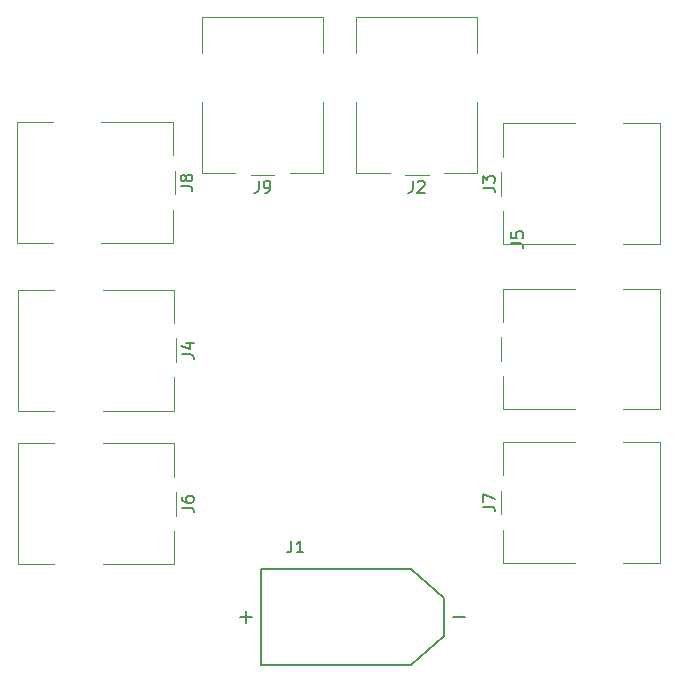
<source format=gbr>
%TF.GenerationSoftware,KiCad,Pcbnew,(6.0.9)*%
%TF.CreationDate,2023-01-22T15:50:23+02:00*%
%TF.ProjectId,Power for cam,506f7765-7220-4666-9f72-2063616d2e6b,rev?*%
%TF.SameCoordinates,Original*%
%TF.FileFunction,Legend,Top*%
%TF.FilePolarity,Positive*%
%FSLAX46Y46*%
G04 Gerber Fmt 4.6, Leading zero omitted, Abs format (unit mm)*
G04 Created by KiCad (PCBNEW (6.0.9)) date 2023-01-22 15:50:23*
%MOMM*%
%LPD*%
G01*
G04 APERTURE LIST*
%ADD10C,0.150000*%
%ADD11C,0.120000*%
%ADD12C,0.127000*%
G04 APERTURE END LIST*
D10*
%TO.C,J9*%
X173666666Y-75852380D02*
X173666666Y-76566666D01*
X173619047Y-76709523D01*
X173523809Y-76804761D01*
X173380952Y-76852380D01*
X173285714Y-76852380D01*
X174190476Y-76852380D02*
X174380952Y-76852380D01*
X174476190Y-76804761D01*
X174523809Y-76757142D01*
X174619047Y-76614285D01*
X174666666Y-76423809D01*
X174666666Y-76042857D01*
X174619047Y-75947619D01*
X174571428Y-75900000D01*
X174476190Y-75852380D01*
X174285714Y-75852380D01*
X174190476Y-75900000D01*
X174142857Y-75947619D01*
X174095238Y-76042857D01*
X174095238Y-76280952D01*
X174142857Y-76376190D01*
X174190476Y-76423809D01*
X174285714Y-76471428D01*
X174476190Y-76471428D01*
X174571428Y-76423809D01*
X174619047Y-76376190D01*
X174666666Y-76280952D01*
%TO.C,J5*%
X195052380Y-81133333D02*
X195766666Y-81133333D01*
X195909523Y-81180952D01*
X196004761Y-81276190D01*
X196052380Y-81419047D01*
X196052380Y-81514285D01*
X195052380Y-80180952D02*
X195052380Y-80657142D01*
X195528571Y-80704761D01*
X195480952Y-80657142D01*
X195433333Y-80561904D01*
X195433333Y-80323809D01*
X195480952Y-80228571D01*
X195528571Y-80180952D01*
X195623809Y-80133333D01*
X195861904Y-80133333D01*
X195957142Y-80180952D01*
X196004761Y-80228571D01*
X196052380Y-80323809D01*
X196052380Y-80561904D01*
X196004761Y-80657142D01*
X195957142Y-80704761D01*
%TO.C,J1*%
X176441666Y-106317380D02*
X176441666Y-107031666D01*
X176394047Y-107174523D01*
X176298809Y-107269761D01*
X176155952Y-107317380D01*
X176060714Y-107317380D01*
X177441666Y-107317380D02*
X176870238Y-107317380D01*
X177155952Y-107317380D02*
X177155952Y-106317380D01*
X177060714Y-106460238D01*
X176965476Y-106555476D01*
X176870238Y-106603095D01*
%TO.C,J8*%
X167052380Y-76333333D02*
X167766666Y-76333333D01*
X167909523Y-76380952D01*
X168004761Y-76476190D01*
X168052380Y-76619047D01*
X168052380Y-76714285D01*
X167480952Y-75714285D02*
X167433333Y-75809523D01*
X167385714Y-75857142D01*
X167290476Y-75904761D01*
X167242857Y-75904761D01*
X167147619Y-75857142D01*
X167100000Y-75809523D01*
X167052380Y-75714285D01*
X167052380Y-75523809D01*
X167100000Y-75428571D01*
X167147619Y-75380952D01*
X167242857Y-75333333D01*
X167290476Y-75333333D01*
X167385714Y-75380952D01*
X167433333Y-75428571D01*
X167480952Y-75523809D01*
X167480952Y-75714285D01*
X167528571Y-75809523D01*
X167576190Y-75857142D01*
X167671428Y-75904761D01*
X167861904Y-75904761D01*
X167957142Y-75857142D01*
X168004761Y-75809523D01*
X168052380Y-75714285D01*
X168052380Y-75523809D01*
X168004761Y-75428571D01*
X167957142Y-75380952D01*
X167861904Y-75333333D01*
X167671428Y-75333333D01*
X167576190Y-75380952D01*
X167528571Y-75428571D01*
X167480952Y-75523809D01*
%TO.C,J6*%
X167152380Y-103533333D02*
X167866666Y-103533333D01*
X168009523Y-103580952D01*
X168104761Y-103676190D01*
X168152380Y-103819047D01*
X168152380Y-103914285D01*
X167152380Y-102628571D02*
X167152380Y-102819047D01*
X167200000Y-102914285D01*
X167247619Y-102961904D01*
X167390476Y-103057142D01*
X167580952Y-103104761D01*
X167961904Y-103104761D01*
X168057142Y-103057142D01*
X168104761Y-103009523D01*
X168152380Y-102914285D01*
X168152380Y-102723809D01*
X168104761Y-102628571D01*
X168057142Y-102580952D01*
X167961904Y-102533333D01*
X167723809Y-102533333D01*
X167628571Y-102580952D01*
X167580952Y-102628571D01*
X167533333Y-102723809D01*
X167533333Y-102914285D01*
X167580952Y-103009523D01*
X167628571Y-103057142D01*
X167723809Y-103104761D01*
%TO.C,J2*%
X186716666Y-75852380D02*
X186716666Y-76566666D01*
X186669047Y-76709523D01*
X186573809Y-76804761D01*
X186430952Y-76852380D01*
X186335714Y-76852380D01*
X187145238Y-75947619D02*
X187192857Y-75900000D01*
X187288095Y-75852380D01*
X187526190Y-75852380D01*
X187621428Y-75900000D01*
X187669047Y-75947619D01*
X187716666Y-76042857D01*
X187716666Y-76138095D01*
X187669047Y-76280952D01*
X187097619Y-76852380D01*
X187716666Y-76852380D01*
%TO.C,J7*%
X192652380Y-103433333D02*
X193366666Y-103433333D01*
X193509523Y-103480952D01*
X193604761Y-103576190D01*
X193652380Y-103719047D01*
X193652380Y-103814285D01*
X192652380Y-103052380D02*
X192652380Y-102385714D01*
X193652380Y-102814285D01*
%TO.C,J4*%
X167152380Y-90533333D02*
X167866666Y-90533333D01*
X168009523Y-90580952D01*
X168104761Y-90676190D01*
X168152380Y-90819047D01*
X168152380Y-90914285D01*
X167485714Y-89628571D02*
X168152380Y-89628571D01*
X167104761Y-89866666D02*
X167819047Y-90104761D01*
X167819047Y-89485714D01*
%TO.C,J3*%
X192652380Y-76433333D02*
X193366666Y-76433333D01*
X193509523Y-76480952D01*
X193604761Y-76576190D01*
X193652380Y-76719047D01*
X193652380Y-76814285D01*
X192652380Y-76052380D02*
X192652380Y-75433333D01*
X193033333Y-75766666D01*
X193033333Y-75623809D01*
X193080952Y-75528571D01*
X193128571Y-75480952D01*
X193223809Y-75433333D01*
X193461904Y-75433333D01*
X193557142Y-75480952D01*
X193604761Y-75528571D01*
X193652380Y-75623809D01*
X193652380Y-75909523D01*
X193604761Y-76004761D01*
X193557142Y-76052380D01*
D11*
%TO.C,J9*%
X179110000Y-69150000D02*
X179110000Y-75210000D01*
X168890000Y-61990000D02*
X179110000Y-61990000D01*
X175000000Y-75400000D02*
X173000000Y-75400000D01*
X168890000Y-65050000D02*
X168890000Y-61990000D01*
X179110000Y-75210000D02*
X176300000Y-75210000D01*
X179110000Y-61990000D02*
X179110000Y-65050000D01*
X171700000Y-75210000D02*
X168890000Y-75210000D01*
X168890000Y-75210000D02*
X168890000Y-69150000D01*
%TO.C,J5*%
X200450000Y-95210000D02*
X194390000Y-95210000D01*
X207610000Y-84990000D02*
X207610000Y-95210000D01*
X194200000Y-91100000D02*
X194200000Y-89100000D01*
X194390000Y-87800000D02*
X194390000Y-84990000D01*
X204550000Y-84990000D02*
X207610000Y-84990000D01*
X207610000Y-95210000D02*
X204550000Y-95210000D01*
X194390000Y-95210000D02*
X194390000Y-92400000D01*
X194390000Y-84990000D02*
X200450000Y-84990000D01*
D12*
%TO.C,J1*%
X172600000Y-112300000D02*
X172600000Y-113300000D01*
X190100000Y-112800000D02*
X191100000Y-112800000D01*
X189350000Y-111200000D02*
X189350000Y-114400000D01*
X173850000Y-116850000D02*
X173850000Y-108750000D01*
X173850000Y-108750000D02*
X186550000Y-108750000D01*
X186550000Y-116850000D02*
X173850000Y-116850000D01*
X186550000Y-108750000D02*
X189350000Y-111200000D01*
X189350000Y-114400000D02*
X186550000Y-116850000D01*
X172100000Y-112800000D02*
X173100000Y-112800000D01*
D11*
%TO.C,J8*%
X153190000Y-70890000D02*
X156250000Y-70890000D01*
X156250000Y-81110000D02*
X153190000Y-81110000D01*
X166410000Y-78300000D02*
X166410000Y-81110000D01*
X166600000Y-75000000D02*
X166600000Y-77000000D01*
X153190000Y-81110000D02*
X153190000Y-70890000D01*
X166410000Y-70890000D02*
X166410000Y-73700000D01*
X166410000Y-81110000D02*
X160350000Y-81110000D01*
X160350000Y-70890000D02*
X166410000Y-70890000D01*
%TO.C,J6*%
X153290000Y-98090000D02*
X156350000Y-98090000D01*
X160450000Y-98090000D02*
X166510000Y-98090000D01*
X156350000Y-108310000D02*
X153290000Y-108310000D01*
X166510000Y-105500000D02*
X166510000Y-108310000D01*
X166510000Y-108310000D02*
X160450000Y-108310000D01*
X166700000Y-102200000D02*
X166700000Y-104200000D01*
X166510000Y-98090000D02*
X166510000Y-100900000D01*
X153290000Y-108310000D02*
X153290000Y-98090000D01*
%TO.C,J2*%
X192160000Y-69150000D02*
X192160000Y-75210000D01*
X181940000Y-75210000D02*
X181940000Y-69150000D01*
X181940000Y-61990000D02*
X192160000Y-61990000D01*
X184750000Y-75210000D02*
X181940000Y-75210000D01*
X181940000Y-65050000D02*
X181940000Y-61990000D01*
X192160000Y-61990000D02*
X192160000Y-65050000D01*
X188050000Y-75400000D02*
X186050000Y-75400000D01*
X192160000Y-75210000D02*
X189350000Y-75210000D01*
%TO.C,J7*%
X194200000Y-104100000D02*
X194200000Y-102100000D01*
X194390000Y-97990000D02*
X200450000Y-97990000D01*
X204550000Y-97990000D02*
X207610000Y-97990000D01*
X194390000Y-100800000D02*
X194390000Y-97990000D01*
X200450000Y-108210000D02*
X194390000Y-108210000D01*
X194390000Y-108210000D02*
X194390000Y-105400000D01*
X207610000Y-97990000D02*
X207610000Y-108210000D01*
X207610000Y-108210000D02*
X204550000Y-108210000D01*
%TO.C,J4*%
X153290000Y-85090000D02*
X156350000Y-85090000D01*
X160450000Y-85090000D02*
X166510000Y-85090000D01*
X166700000Y-89200000D02*
X166700000Y-91200000D01*
X153290000Y-95310000D02*
X153290000Y-85090000D01*
X156350000Y-95310000D02*
X153290000Y-95310000D01*
X166510000Y-95310000D02*
X160450000Y-95310000D01*
X166510000Y-92500000D02*
X166510000Y-95310000D01*
X166510000Y-85090000D02*
X166510000Y-87900000D01*
%TO.C,J3*%
X194390000Y-81210000D02*
X194390000Y-78400000D01*
X207610000Y-70990000D02*
X207610000Y-81210000D01*
X194390000Y-73800000D02*
X194390000Y-70990000D01*
X194390000Y-70990000D02*
X200450000Y-70990000D01*
X200450000Y-81210000D02*
X194390000Y-81210000D01*
X207610000Y-81210000D02*
X204550000Y-81210000D01*
X204550000Y-70990000D02*
X207610000Y-70990000D01*
X194200000Y-77100000D02*
X194200000Y-75100000D01*
%TD*%
M02*

</source>
